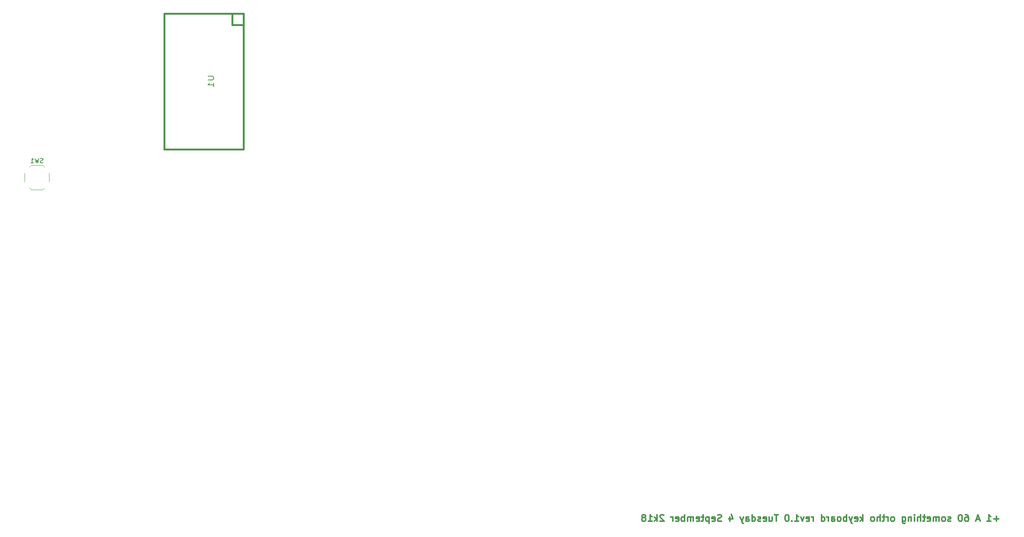
<source format=gbo>
G04 #@! TF.FileFunction,Legend,Bot*
%FSLAX46Y46*%
G04 Gerber Fmt 4.6, Leading zero omitted, Abs format (unit mm)*
G04 Created by KiCad (PCBNEW 4.0.7) date 09/04/18 16:32:22*
%MOMM*%
%LPD*%
G01*
G04 APERTURE LIST*
%ADD10C,0.100000*%
%ADD11C,0.300000*%
%ADD12C,0.120000*%
%ADD13C,0.381000*%
%ADD14C,0.150000*%
%ADD15C,0.203200*%
G04 APERTURE END LIST*
D10*
D11*
X254312497Y-147744643D02*
X253169640Y-147744643D01*
X253741069Y-148316071D02*
X253741069Y-147173214D01*
X251669640Y-148316071D02*
X252526783Y-148316071D01*
X252098211Y-148316071D02*
X252098211Y-146816071D01*
X252241068Y-147030357D01*
X252383926Y-147173214D01*
X252526783Y-147244643D01*
X249955355Y-147887500D02*
X249241069Y-147887500D01*
X250098212Y-148316071D02*
X249598212Y-146816071D01*
X249098212Y-148316071D01*
X246812498Y-146816071D02*
X247098212Y-146816071D01*
X247241069Y-146887500D01*
X247312498Y-146958929D01*
X247455355Y-147173214D01*
X247526784Y-147458929D01*
X247526784Y-148030357D01*
X247455355Y-148173214D01*
X247383927Y-148244643D01*
X247241069Y-148316071D01*
X246955355Y-148316071D01*
X246812498Y-148244643D01*
X246741069Y-148173214D01*
X246669641Y-148030357D01*
X246669641Y-147673214D01*
X246741069Y-147530357D01*
X246812498Y-147458929D01*
X246955355Y-147387500D01*
X247241069Y-147387500D01*
X247383927Y-147458929D01*
X247455355Y-147530357D01*
X247526784Y-147673214D01*
X245741070Y-146816071D02*
X245598213Y-146816071D01*
X245455356Y-146887500D01*
X245383927Y-146958929D01*
X245312498Y-147101786D01*
X245241070Y-147387500D01*
X245241070Y-147744643D01*
X245312498Y-148030357D01*
X245383927Y-148173214D01*
X245455356Y-148244643D01*
X245598213Y-148316071D01*
X245741070Y-148316071D01*
X245883927Y-148244643D01*
X245955356Y-148173214D01*
X246026784Y-148030357D01*
X246098213Y-147744643D01*
X246098213Y-147387500D01*
X246026784Y-147101786D01*
X245955356Y-146958929D01*
X245883927Y-146887500D01*
X245741070Y-146816071D01*
X243526785Y-148244643D02*
X243383928Y-148316071D01*
X243098213Y-148316071D01*
X242955356Y-148244643D01*
X242883928Y-148101786D01*
X242883928Y-148030357D01*
X242955356Y-147887500D01*
X243098213Y-147816071D01*
X243312499Y-147816071D01*
X243455356Y-147744643D01*
X243526785Y-147601786D01*
X243526785Y-147530357D01*
X243455356Y-147387500D01*
X243312499Y-147316071D01*
X243098213Y-147316071D01*
X242955356Y-147387500D01*
X242026784Y-148316071D02*
X242169642Y-148244643D01*
X242241070Y-148173214D01*
X242312499Y-148030357D01*
X242312499Y-147601786D01*
X242241070Y-147458929D01*
X242169642Y-147387500D01*
X242026784Y-147316071D01*
X241812499Y-147316071D01*
X241669642Y-147387500D01*
X241598213Y-147458929D01*
X241526784Y-147601786D01*
X241526784Y-148030357D01*
X241598213Y-148173214D01*
X241669642Y-148244643D01*
X241812499Y-148316071D01*
X242026784Y-148316071D01*
X240883927Y-148316071D02*
X240883927Y-147316071D01*
X240883927Y-147458929D02*
X240812499Y-147387500D01*
X240669641Y-147316071D01*
X240455356Y-147316071D01*
X240312499Y-147387500D01*
X240241070Y-147530357D01*
X240241070Y-148316071D01*
X240241070Y-147530357D02*
X240169641Y-147387500D01*
X240026784Y-147316071D01*
X239812499Y-147316071D01*
X239669641Y-147387500D01*
X239598213Y-147530357D01*
X239598213Y-148316071D01*
X238312499Y-148244643D02*
X238455356Y-148316071D01*
X238741070Y-148316071D01*
X238883927Y-148244643D01*
X238955356Y-148101786D01*
X238955356Y-147530357D01*
X238883927Y-147387500D01*
X238741070Y-147316071D01*
X238455356Y-147316071D01*
X238312499Y-147387500D01*
X238241070Y-147530357D01*
X238241070Y-147673214D01*
X238955356Y-147816071D01*
X237812499Y-147316071D02*
X237241070Y-147316071D01*
X237598213Y-146816071D02*
X237598213Y-148101786D01*
X237526785Y-148244643D01*
X237383927Y-148316071D01*
X237241070Y-148316071D01*
X236741070Y-148316071D02*
X236741070Y-146816071D01*
X236098213Y-148316071D02*
X236098213Y-147530357D01*
X236169642Y-147387500D01*
X236312499Y-147316071D01*
X236526784Y-147316071D01*
X236669642Y-147387500D01*
X236741070Y-147458929D01*
X235383927Y-148316071D02*
X235383927Y-147316071D01*
X235383927Y-146816071D02*
X235455356Y-146887500D01*
X235383927Y-146958929D01*
X235312499Y-146887500D01*
X235383927Y-146816071D01*
X235383927Y-146958929D01*
X234669641Y-147316071D02*
X234669641Y-148316071D01*
X234669641Y-147458929D02*
X234598213Y-147387500D01*
X234455355Y-147316071D01*
X234241070Y-147316071D01*
X234098213Y-147387500D01*
X234026784Y-147530357D01*
X234026784Y-148316071D01*
X232669641Y-147316071D02*
X232669641Y-148530357D01*
X232741070Y-148673214D01*
X232812498Y-148744643D01*
X232955355Y-148816071D01*
X233169641Y-148816071D01*
X233312498Y-148744643D01*
X232669641Y-148244643D02*
X232812498Y-148316071D01*
X233098212Y-148316071D01*
X233241070Y-148244643D01*
X233312498Y-148173214D01*
X233383927Y-148030357D01*
X233383927Y-147601786D01*
X233312498Y-147458929D01*
X233241070Y-147387500D01*
X233098212Y-147316071D01*
X232812498Y-147316071D01*
X232669641Y-147387500D01*
X230598212Y-148316071D02*
X230741070Y-148244643D01*
X230812498Y-148173214D01*
X230883927Y-148030357D01*
X230883927Y-147601786D01*
X230812498Y-147458929D01*
X230741070Y-147387500D01*
X230598212Y-147316071D01*
X230383927Y-147316071D01*
X230241070Y-147387500D01*
X230169641Y-147458929D01*
X230098212Y-147601786D01*
X230098212Y-148030357D01*
X230169641Y-148173214D01*
X230241070Y-148244643D01*
X230383927Y-148316071D01*
X230598212Y-148316071D01*
X229455355Y-148316071D02*
X229455355Y-147316071D01*
X229455355Y-147601786D02*
X229383927Y-147458929D01*
X229312498Y-147387500D01*
X229169641Y-147316071D01*
X229026784Y-147316071D01*
X228741070Y-147316071D02*
X228169641Y-147316071D01*
X228526784Y-146816071D02*
X228526784Y-148101786D01*
X228455356Y-148244643D01*
X228312498Y-148316071D01*
X228169641Y-148316071D01*
X227669641Y-148316071D02*
X227669641Y-146816071D01*
X227026784Y-148316071D02*
X227026784Y-147530357D01*
X227098213Y-147387500D01*
X227241070Y-147316071D01*
X227455355Y-147316071D01*
X227598213Y-147387500D01*
X227669641Y-147458929D01*
X226098212Y-148316071D02*
X226241070Y-148244643D01*
X226312498Y-148173214D01*
X226383927Y-148030357D01*
X226383927Y-147601786D01*
X226312498Y-147458929D01*
X226241070Y-147387500D01*
X226098212Y-147316071D01*
X225883927Y-147316071D01*
X225741070Y-147387500D01*
X225669641Y-147458929D01*
X225598212Y-147601786D01*
X225598212Y-148030357D01*
X225669641Y-148173214D01*
X225741070Y-148244643D01*
X225883927Y-148316071D01*
X226098212Y-148316071D01*
X223812498Y-148316071D02*
X223812498Y-146816071D01*
X223669641Y-147744643D02*
X223241070Y-148316071D01*
X223241070Y-147316071D02*
X223812498Y-147887500D01*
X222026784Y-148244643D02*
X222169641Y-148316071D01*
X222455355Y-148316071D01*
X222598212Y-148244643D01*
X222669641Y-148101786D01*
X222669641Y-147530357D01*
X222598212Y-147387500D01*
X222455355Y-147316071D01*
X222169641Y-147316071D01*
X222026784Y-147387500D01*
X221955355Y-147530357D01*
X221955355Y-147673214D01*
X222669641Y-147816071D01*
X221455355Y-147316071D02*
X221098212Y-148316071D01*
X220741070Y-147316071D02*
X221098212Y-148316071D01*
X221241070Y-148673214D01*
X221312498Y-148744643D01*
X221455355Y-148816071D01*
X220169641Y-148316071D02*
X220169641Y-146816071D01*
X220169641Y-147387500D02*
X220026784Y-147316071D01*
X219741070Y-147316071D01*
X219598213Y-147387500D01*
X219526784Y-147458929D01*
X219455355Y-147601786D01*
X219455355Y-148030357D01*
X219526784Y-148173214D01*
X219598213Y-148244643D01*
X219741070Y-148316071D01*
X220026784Y-148316071D01*
X220169641Y-148244643D01*
X218598212Y-148316071D02*
X218741070Y-148244643D01*
X218812498Y-148173214D01*
X218883927Y-148030357D01*
X218883927Y-147601786D01*
X218812498Y-147458929D01*
X218741070Y-147387500D01*
X218598212Y-147316071D01*
X218383927Y-147316071D01*
X218241070Y-147387500D01*
X218169641Y-147458929D01*
X218098212Y-147601786D01*
X218098212Y-148030357D01*
X218169641Y-148173214D01*
X218241070Y-148244643D01*
X218383927Y-148316071D01*
X218598212Y-148316071D01*
X216812498Y-148316071D02*
X216812498Y-147530357D01*
X216883927Y-147387500D01*
X217026784Y-147316071D01*
X217312498Y-147316071D01*
X217455355Y-147387500D01*
X216812498Y-148244643D02*
X216955355Y-148316071D01*
X217312498Y-148316071D01*
X217455355Y-148244643D01*
X217526784Y-148101786D01*
X217526784Y-147958929D01*
X217455355Y-147816071D01*
X217312498Y-147744643D01*
X216955355Y-147744643D01*
X216812498Y-147673214D01*
X216098212Y-148316071D02*
X216098212Y-147316071D01*
X216098212Y-147601786D02*
X216026784Y-147458929D01*
X215955355Y-147387500D01*
X215812498Y-147316071D01*
X215669641Y-147316071D01*
X214526784Y-148316071D02*
X214526784Y-146816071D01*
X214526784Y-148244643D02*
X214669641Y-148316071D01*
X214955355Y-148316071D01*
X215098213Y-148244643D01*
X215169641Y-148173214D01*
X215241070Y-148030357D01*
X215241070Y-147601786D01*
X215169641Y-147458929D01*
X215098213Y-147387500D01*
X214955355Y-147316071D01*
X214669641Y-147316071D01*
X214526784Y-147387500D01*
X212669641Y-148316071D02*
X212669641Y-147316071D01*
X212669641Y-147601786D02*
X212598213Y-147458929D01*
X212526784Y-147387500D01*
X212383927Y-147316071D01*
X212241070Y-147316071D01*
X211169642Y-148244643D02*
X211312499Y-148316071D01*
X211598213Y-148316071D01*
X211741070Y-148244643D01*
X211812499Y-148101786D01*
X211812499Y-147530357D01*
X211741070Y-147387500D01*
X211598213Y-147316071D01*
X211312499Y-147316071D01*
X211169642Y-147387500D01*
X211098213Y-147530357D01*
X211098213Y-147673214D01*
X211812499Y-147816071D01*
X210598213Y-147316071D02*
X210241070Y-148316071D01*
X209883928Y-147316071D01*
X208526785Y-148316071D02*
X209383928Y-148316071D01*
X208955356Y-148316071D02*
X208955356Y-146816071D01*
X209098213Y-147030357D01*
X209241071Y-147173214D01*
X209383928Y-147244643D01*
X207883928Y-148173214D02*
X207812500Y-148244643D01*
X207883928Y-148316071D01*
X207955357Y-148244643D01*
X207883928Y-148173214D01*
X207883928Y-148316071D01*
X206883928Y-146816071D02*
X206741071Y-146816071D01*
X206598214Y-146887500D01*
X206526785Y-146958929D01*
X206455356Y-147101786D01*
X206383928Y-147387500D01*
X206383928Y-147744643D01*
X206455356Y-148030357D01*
X206526785Y-148173214D01*
X206598214Y-148244643D01*
X206741071Y-148316071D01*
X206883928Y-148316071D01*
X207026785Y-148244643D01*
X207098214Y-148173214D01*
X207169642Y-148030357D01*
X207241071Y-147744643D01*
X207241071Y-147387500D01*
X207169642Y-147101786D01*
X207098214Y-146958929D01*
X207026785Y-146887500D01*
X206883928Y-146816071D01*
X204812500Y-146816071D02*
X203955357Y-146816071D01*
X204383928Y-148316071D02*
X204383928Y-146816071D01*
X202812500Y-147316071D02*
X202812500Y-148316071D01*
X203455357Y-147316071D02*
X203455357Y-148101786D01*
X203383929Y-148244643D01*
X203241071Y-148316071D01*
X203026786Y-148316071D01*
X202883929Y-148244643D01*
X202812500Y-148173214D01*
X201526786Y-148244643D02*
X201669643Y-148316071D01*
X201955357Y-148316071D01*
X202098214Y-148244643D01*
X202169643Y-148101786D01*
X202169643Y-147530357D01*
X202098214Y-147387500D01*
X201955357Y-147316071D01*
X201669643Y-147316071D01*
X201526786Y-147387500D01*
X201455357Y-147530357D01*
X201455357Y-147673214D01*
X202169643Y-147816071D01*
X200883929Y-148244643D02*
X200741072Y-148316071D01*
X200455357Y-148316071D01*
X200312500Y-148244643D01*
X200241072Y-148101786D01*
X200241072Y-148030357D01*
X200312500Y-147887500D01*
X200455357Y-147816071D01*
X200669643Y-147816071D01*
X200812500Y-147744643D01*
X200883929Y-147601786D01*
X200883929Y-147530357D01*
X200812500Y-147387500D01*
X200669643Y-147316071D01*
X200455357Y-147316071D01*
X200312500Y-147387500D01*
X198955357Y-148316071D02*
X198955357Y-146816071D01*
X198955357Y-148244643D02*
X199098214Y-148316071D01*
X199383928Y-148316071D01*
X199526786Y-148244643D01*
X199598214Y-148173214D01*
X199669643Y-148030357D01*
X199669643Y-147601786D01*
X199598214Y-147458929D01*
X199526786Y-147387500D01*
X199383928Y-147316071D01*
X199098214Y-147316071D01*
X198955357Y-147387500D01*
X197598214Y-148316071D02*
X197598214Y-147530357D01*
X197669643Y-147387500D01*
X197812500Y-147316071D01*
X198098214Y-147316071D01*
X198241071Y-147387500D01*
X197598214Y-148244643D02*
X197741071Y-148316071D01*
X198098214Y-148316071D01*
X198241071Y-148244643D01*
X198312500Y-148101786D01*
X198312500Y-147958929D01*
X198241071Y-147816071D01*
X198098214Y-147744643D01*
X197741071Y-147744643D01*
X197598214Y-147673214D01*
X197026785Y-147316071D02*
X196669642Y-148316071D01*
X196312500Y-147316071D02*
X196669642Y-148316071D01*
X196812500Y-148673214D01*
X196883928Y-148744643D01*
X197026785Y-148816071D01*
X193955357Y-147316071D02*
X193955357Y-148316071D01*
X194312500Y-146744643D02*
X194669643Y-147816071D01*
X193741071Y-147816071D01*
X192098215Y-148244643D02*
X191883929Y-148316071D01*
X191526786Y-148316071D01*
X191383929Y-148244643D01*
X191312500Y-148173214D01*
X191241072Y-148030357D01*
X191241072Y-147887500D01*
X191312500Y-147744643D01*
X191383929Y-147673214D01*
X191526786Y-147601786D01*
X191812500Y-147530357D01*
X191955358Y-147458929D01*
X192026786Y-147387500D01*
X192098215Y-147244643D01*
X192098215Y-147101786D01*
X192026786Y-146958929D01*
X191955358Y-146887500D01*
X191812500Y-146816071D01*
X191455358Y-146816071D01*
X191241072Y-146887500D01*
X190026787Y-148244643D02*
X190169644Y-148316071D01*
X190455358Y-148316071D01*
X190598215Y-148244643D01*
X190669644Y-148101786D01*
X190669644Y-147530357D01*
X190598215Y-147387500D01*
X190455358Y-147316071D01*
X190169644Y-147316071D01*
X190026787Y-147387500D01*
X189955358Y-147530357D01*
X189955358Y-147673214D01*
X190669644Y-147816071D01*
X189312501Y-147316071D02*
X189312501Y-148816071D01*
X189312501Y-147387500D02*
X189169644Y-147316071D01*
X188883930Y-147316071D01*
X188741073Y-147387500D01*
X188669644Y-147458929D01*
X188598215Y-147601786D01*
X188598215Y-148030357D01*
X188669644Y-148173214D01*
X188741073Y-148244643D01*
X188883930Y-148316071D01*
X189169644Y-148316071D01*
X189312501Y-148244643D01*
X188169644Y-147316071D02*
X187598215Y-147316071D01*
X187955358Y-146816071D02*
X187955358Y-148101786D01*
X187883930Y-148244643D01*
X187741072Y-148316071D01*
X187598215Y-148316071D01*
X186526787Y-148244643D02*
X186669644Y-148316071D01*
X186955358Y-148316071D01*
X187098215Y-148244643D01*
X187169644Y-148101786D01*
X187169644Y-147530357D01*
X187098215Y-147387500D01*
X186955358Y-147316071D01*
X186669644Y-147316071D01*
X186526787Y-147387500D01*
X186455358Y-147530357D01*
X186455358Y-147673214D01*
X187169644Y-147816071D01*
X185812501Y-148316071D02*
X185812501Y-147316071D01*
X185812501Y-147458929D02*
X185741073Y-147387500D01*
X185598215Y-147316071D01*
X185383930Y-147316071D01*
X185241073Y-147387500D01*
X185169644Y-147530357D01*
X185169644Y-148316071D01*
X185169644Y-147530357D02*
X185098215Y-147387500D01*
X184955358Y-147316071D01*
X184741073Y-147316071D01*
X184598215Y-147387500D01*
X184526787Y-147530357D01*
X184526787Y-148316071D01*
X183812501Y-148316071D02*
X183812501Y-146816071D01*
X183812501Y-147387500D02*
X183669644Y-147316071D01*
X183383930Y-147316071D01*
X183241073Y-147387500D01*
X183169644Y-147458929D01*
X183098215Y-147601786D01*
X183098215Y-148030357D01*
X183169644Y-148173214D01*
X183241073Y-148244643D01*
X183383930Y-148316071D01*
X183669644Y-148316071D01*
X183812501Y-148244643D01*
X181883930Y-148244643D02*
X182026787Y-148316071D01*
X182312501Y-148316071D01*
X182455358Y-148244643D01*
X182526787Y-148101786D01*
X182526787Y-147530357D01*
X182455358Y-147387500D01*
X182312501Y-147316071D01*
X182026787Y-147316071D01*
X181883930Y-147387500D01*
X181812501Y-147530357D01*
X181812501Y-147673214D01*
X182526787Y-147816071D01*
X181169644Y-148316071D02*
X181169644Y-147316071D01*
X181169644Y-147601786D02*
X181098216Y-147458929D01*
X181026787Y-147387500D01*
X180883930Y-147316071D01*
X180741073Y-147316071D01*
X179169645Y-146958929D02*
X179098216Y-146887500D01*
X178955359Y-146816071D01*
X178598216Y-146816071D01*
X178455359Y-146887500D01*
X178383930Y-146958929D01*
X178312502Y-147101786D01*
X178312502Y-147244643D01*
X178383930Y-147458929D01*
X179241073Y-148316071D01*
X178312502Y-148316071D01*
X177669645Y-148316071D02*
X177669645Y-146816071D01*
X177526788Y-147744643D02*
X177098217Y-148316071D01*
X177098217Y-147316071D02*
X177669645Y-147887500D01*
X175669645Y-148316071D02*
X176526788Y-148316071D01*
X176098216Y-148316071D02*
X176098216Y-146816071D01*
X176241073Y-147030357D01*
X176383931Y-147173214D01*
X176526788Y-147244643D01*
X174812502Y-147458929D02*
X174955360Y-147387500D01*
X175026788Y-147316071D01*
X175098217Y-147173214D01*
X175098217Y-147101786D01*
X175026788Y-146958929D01*
X174955360Y-146887500D01*
X174812502Y-146816071D01*
X174526788Y-146816071D01*
X174383931Y-146887500D01*
X174312502Y-146958929D01*
X174241074Y-147101786D01*
X174241074Y-147173214D01*
X174312502Y-147316071D01*
X174383931Y-147387500D01*
X174526788Y-147458929D01*
X174812502Y-147458929D01*
X174955360Y-147530357D01*
X175026788Y-147601786D01*
X175098217Y-147744643D01*
X175098217Y-148030357D01*
X175026788Y-148173214D01*
X174955360Y-148244643D01*
X174812502Y-148316071D01*
X174526788Y-148316071D01*
X174383931Y-148244643D01*
X174312502Y-148173214D01*
X174241074Y-148030357D01*
X174241074Y-147744643D01*
X174312502Y-147601786D01*
X174383931Y-147530357D01*
X174526788Y-147458929D01*
D12*
X40308000Y-73420000D02*
X39858000Y-73870000D01*
X36908000Y-73420000D02*
X37358000Y-73870000D01*
X36908000Y-68820000D02*
X37358000Y-68370000D01*
X40308000Y-68820000D02*
X39858000Y-68370000D01*
X35858000Y-70120000D02*
X35858000Y-72120000D01*
X39858000Y-73870000D02*
X37358000Y-73870000D01*
X41358000Y-70120000D02*
X41358000Y-72120000D01*
X39858000Y-68370000D02*
X37358000Y-68370000D01*
D13*
X67151200Y-34290000D02*
X84931200Y-34290000D01*
X84931200Y-34290000D02*
X84931200Y-64770000D01*
X84931200Y-64770000D02*
X67151200Y-64770000D01*
X67151200Y-64770000D02*
X67151200Y-34290000D01*
X82391200Y-34290000D02*
X82391200Y-36830000D01*
X82391200Y-36830000D02*
X84931200Y-36830000D01*
D14*
X39941333Y-67774762D02*
X39798476Y-67822381D01*
X39560380Y-67822381D01*
X39465142Y-67774762D01*
X39417523Y-67727143D01*
X39369904Y-67631905D01*
X39369904Y-67536667D01*
X39417523Y-67441429D01*
X39465142Y-67393810D01*
X39560380Y-67346190D01*
X39750857Y-67298571D01*
X39846095Y-67250952D01*
X39893714Y-67203333D01*
X39941333Y-67108095D01*
X39941333Y-67012857D01*
X39893714Y-66917619D01*
X39846095Y-66870000D01*
X39750857Y-66822381D01*
X39512761Y-66822381D01*
X39369904Y-66870000D01*
X39036571Y-66822381D02*
X38798476Y-67822381D01*
X38607999Y-67108095D01*
X38417523Y-67822381D01*
X38179428Y-66822381D01*
X37274666Y-67822381D02*
X37846095Y-67822381D01*
X37560381Y-67822381D02*
X37560381Y-66822381D01*
X37655619Y-66965238D01*
X37750857Y-67060476D01*
X37846095Y-67108095D01*
D15*
X76970724Y-48368857D02*
X77998819Y-48368857D01*
X78119771Y-48441429D01*
X78180248Y-48514000D01*
X78240724Y-48659143D01*
X78240724Y-48949429D01*
X78180248Y-49094571D01*
X78119771Y-49167143D01*
X77998819Y-49239714D01*
X76970724Y-49239714D01*
X78240724Y-50763714D02*
X78240724Y-49892857D01*
X78240724Y-50328285D02*
X76970724Y-50328285D01*
X77152152Y-50183142D01*
X77273105Y-50038000D01*
X77333581Y-49892857D01*
M02*

</source>
